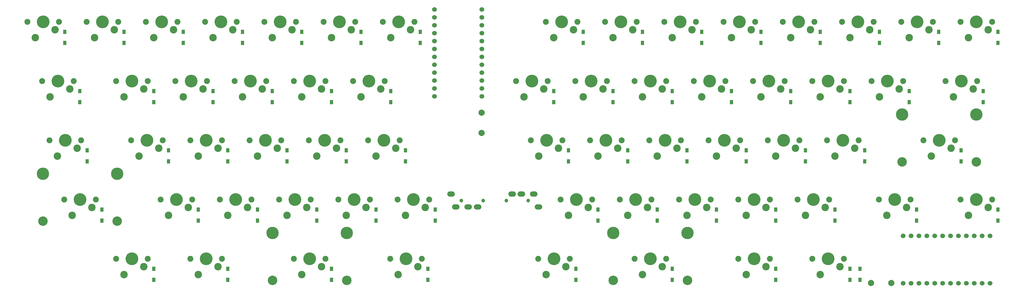
<source format=gbr>
%TF.GenerationSoftware,KiCad,Pcbnew,(5.1.9)-1*%
%TF.CreationDate,2021-02-13T03:00:00+09:00*%
%TF.ProjectId,yuiop63hhs,7975696f-7036-4336-9868-732e6b696361,1*%
%TF.SameCoordinates,Original*%
%TF.FileFunction,Soldermask,Bot*%
%TF.FilePolarity,Negative*%
%FSLAX46Y46*%
G04 Gerber Fmt 4.6, Leading zero omitted, Abs format (unit mm)*
G04 Created by KiCad (PCBNEW (5.1.9)-1) date 2021-02-13 03:00:00*
%MOMM*%
%LPD*%
G01*
G04 APERTURE LIST*
%ADD10O,2.500000X1.700000*%
%ADD11C,1.200000*%
%ADD12C,3.048000*%
%ADD13C,3.987800*%
%ADD14C,2.400000*%
%ADD15C,4.100000*%
%ADD16C,1.900000*%
%ADD17R,1.000000X1.400000*%
%ADD18C,2.000000*%
%ADD19C,1.524000*%
G04 APERTURE END LIST*
D10*
%TO.C,J2*%
X218800000Y-169100000D03*
X217300000Y-164900000D03*
X213300000Y-164900000D03*
X210300000Y-164900000D03*
D11*
X215500000Y-167000000D03*
X208500000Y-167000000D03*
%TD*%
D12*
%TO.C,STB4*%
X359595000Y-154610000D03*
D13*
X359595000Y-139370000D03*
X335719000Y-139370000D03*
D12*
X335719000Y-154610000D03*
%TD*%
%TO.C,STB3*%
X266726000Y-192710000D03*
D13*
X266726000Y-177470000D03*
X242850000Y-177470000D03*
D12*
X242850000Y-192710000D03*
%TD*%
%TO.C,STB1*%
X83369600Y-173660000D03*
D13*
X83369600Y-158420000D03*
X59493600Y-158420000D03*
D12*
X59493600Y-173660000D03*
%TD*%
%TO.C,STB2*%
X133312000Y-192710000D03*
D13*
X133312000Y-177470000D03*
X157188000Y-177470000D03*
D12*
X157188000Y-192710000D03*
%TD*%
D14*
%TO.C,SW63*%
X309398000Y-190805000D03*
X315748000Y-188265000D03*
D15*
X311938000Y-185725000D03*
D16*
X306858000Y-185725000D03*
X317018000Y-185725000D03*
%TD*%
D14*
%TO.C,SW62*%
X285585000Y-190805000D03*
X291935000Y-188265000D03*
D15*
X288125000Y-185725000D03*
D16*
X283045000Y-185725000D03*
X293205000Y-185725000D03*
%TD*%
D14*
%TO.C,SW61*%
X252248000Y-190805000D03*
X258598000Y-188265000D03*
D15*
X254788000Y-185725000D03*
D16*
X249708000Y-185725000D03*
X259868000Y-185725000D03*
%TD*%
D14*
%TO.C,SW60*%
X221291000Y-190805000D03*
X227641000Y-188265000D03*
D15*
X223831000Y-185725000D03*
D16*
X218751000Y-185725000D03*
X228911000Y-185725000D03*
%TD*%
D14*
%TO.C,SW59*%
X173666000Y-190805000D03*
X180016000Y-188265000D03*
D15*
X176206000Y-185725000D03*
D16*
X171126000Y-185725000D03*
X181286000Y-185725000D03*
%TD*%
D14*
%TO.C,SW58*%
X142710000Y-190805000D03*
X149060000Y-188265000D03*
D15*
X145250000Y-185725000D03*
D16*
X140170000Y-185725000D03*
X150330000Y-185725000D03*
%TD*%
D14*
%TO.C,SW57*%
X109372000Y-190805000D03*
X115722000Y-188265000D03*
D15*
X111912000Y-185725000D03*
D16*
X106832000Y-185725000D03*
X116992000Y-185725000D03*
%TD*%
D14*
%TO.C,SW56*%
X85560000Y-190805000D03*
X91910000Y-188265000D03*
D15*
X88100000Y-185725000D03*
D16*
X83020000Y-185725000D03*
X93180000Y-185725000D03*
%TD*%
D14*
%TO.C,SW55*%
X357022000Y-171755000D03*
X363372000Y-169215000D03*
D15*
X359562000Y-166675000D03*
D16*
X354482000Y-166675000D03*
X364642000Y-166675000D03*
%TD*%
D14*
%TO.C,SW54*%
X330829000Y-171755000D03*
X337179000Y-169215000D03*
D15*
X333369000Y-166675000D03*
D16*
X328289000Y-166675000D03*
X338449000Y-166675000D03*
%TD*%
D14*
%TO.C,SW53*%
X304635000Y-171755000D03*
X310985000Y-169215000D03*
D15*
X307175000Y-166675000D03*
D16*
X302095000Y-166675000D03*
X312255000Y-166675000D03*
%TD*%
D14*
%TO.C,SW52*%
X285585000Y-171755000D03*
X291935000Y-169215000D03*
D15*
X288125000Y-166675000D03*
D16*
X283045000Y-166675000D03*
X293205000Y-166675000D03*
%TD*%
D14*
%TO.C,SW51*%
X266535000Y-171755000D03*
X272885000Y-169215000D03*
D15*
X269075000Y-166675000D03*
D16*
X263995000Y-166675000D03*
X274155000Y-166675000D03*
%TD*%
D14*
%TO.C,SW50*%
X247485000Y-171755000D03*
X253835000Y-169215000D03*
D15*
X250025000Y-166675000D03*
D16*
X244945000Y-166675000D03*
X255105000Y-166675000D03*
%TD*%
D14*
%TO.C,SW49*%
X228435000Y-171755000D03*
X234785000Y-169215000D03*
D15*
X230975000Y-166675000D03*
D16*
X225895000Y-166675000D03*
X236055000Y-166675000D03*
%TD*%
D14*
%TO.C,SW48*%
X176048000Y-171755000D03*
X182398000Y-169215000D03*
D15*
X178588000Y-166675000D03*
D16*
X173508000Y-166675000D03*
X183668000Y-166675000D03*
%TD*%
D14*
%TO.C,SW47*%
X156998000Y-171755000D03*
X163348000Y-169215000D03*
D15*
X159538000Y-166675000D03*
D16*
X154458000Y-166675000D03*
X164618000Y-166675000D03*
%TD*%
D14*
%TO.C,SW46*%
X137948000Y-171755000D03*
X144298000Y-169215000D03*
D15*
X140488000Y-166675000D03*
D16*
X135408000Y-166675000D03*
X145568000Y-166675000D03*
%TD*%
D14*
%TO.C,SW45*%
X118898000Y-171755000D03*
X125248000Y-169215000D03*
D15*
X121438000Y-166675000D03*
D16*
X116358000Y-166675000D03*
X126518000Y-166675000D03*
%TD*%
D14*
%TO.C,SW44*%
X99848000Y-171755000D03*
X106198000Y-169215000D03*
D15*
X102388000Y-166675000D03*
D16*
X97308000Y-166675000D03*
X107468000Y-166675000D03*
%TD*%
D14*
%TO.C,SW43*%
X68891200Y-171755000D03*
X75241200Y-169215000D03*
D15*
X71431200Y-166675000D03*
D16*
X66351200Y-166675000D03*
X76511200Y-166675000D03*
%TD*%
D14*
%TO.C,SW42*%
X345116000Y-152705000D03*
X351466000Y-150165000D03*
D15*
X347656000Y-147625000D03*
D16*
X342576000Y-147625000D03*
X352736000Y-147625000D03*
%TD*%
D14*
%TO.C,SW41*%
X314160000Y-152705000D03*
X320510000Y-150165000D03*
D15*
X316700000Y-147625000D03*
D16*
X311620000Y-147625000D03*
X321780000Y-147625000D03*
%TD*%
D14*
%TO.C,SW40*%
X295110000Y-152705000D03*
X301460000Y-150165000D03*
D15*
X297650000Y-147625000D03*
D16*
X292570000Y-147625000D03*
X302730000Y-147625000D03*
%TD*%
D14*
%TO.C,SW39*%
X276060000Y-152705000D03*
X282410000Y-150165000D03*
D15*
X278600000Y-147625000D03*
D16*
X273520000Y-147625000D03*
X283680000Y-147625000D03*
%TD*%
D14*
%TO.C,SW38*%
X257010000Y-152705000D03*
X263360000Y-150165000D03*
D15*
X259550000Y-147625000D03*
D16*
X254470000Y-147625000D03*
X264630000Y-147625000D03*
%TD*%
D14*
%TO.C,SW37*%
X237960000Y-152705000D03*
X244310000Y-150165000D03*
D15*
X240500000Y-147625000D03*
D16*
X235420000Y-147625000D03*
X245580000Y-147625000D03*
%TD*%
D14*
%TO.C,SW36*%
X218910000Y-152705000D03*
X225260000Y-150165000D03*
D15*
X221450000Y-147625000D03*
D16*
X216370000Y-147625000D03*
X226530000Y-147625000D03*
%TD*%
D14*
%TO.C,SW35*%
X166522000Y-152705000D03*
X172872000Y-150165000D03*
D15*
X169062000Y-147625000D03*
D16*
X163982000Y-147625000D03*
X174142000Y-147625000D03*
%TD*%
D14*
%TO.C,SW34*%
X147472000Y-152705000D03*
X153822000Y-150165000D03*
D15*
X150012000Y-147625000D03*
D16*
X144932000Y-147625000D03*
X155092000Y-147625000D03*
%TD*%
D14*
%TO.C,SW33*%
X128422000Y-152705000D03*
X134772000Y-150165000D03*
D15*
X130962000Y-147625000D03*
D16*
X125882000Y-147625000D03*
X136042000Y-147625000D03*
%TD*%
D14*
%TO.C,SW32*%
X109372000Y-152705000D03*
X115722000Y-150165000D03*
D15*
X111912000Y-147625000D03*
D16*
X106832000Y-147625000D03*
X116992000Y-147625000D03*
%TD*%
D14*
%TO.C,SW31*%
X90322500Y-152705000D03*
X96672500Y-150165000D03*
D15*
X92862500Y-147625000D03*
D16*
X87782500Y-147625000D03*
X97942500Y-147625000D03*
%TD*%
D14*
%TO.C,SW30*%
X64128800Y-152705000D03*
X70478800Y-150165000D03*
D15*
X66668800Y-147625000D03*
D16*
X61588800Y-147625000D03*
X71748800Y-147625000D03*
%TD*%
D14*
%TO.C,SW29*%
X352260000Y-133655000D03*
X358610000Y-131115000D03*
D15*
X354800000Y-128575000D03*
D16*
X349720000Y-128575000D03*
X359880000Y-128575000D03*
%TD*%
D14*
%TO.C,SW28*%
X328448000Y-133655000D03*
X334798000Y-131115000D03*
D15*
X330988000Y-128575000D03*
D16*
X325908000Y-128575000D03*
X336068000Y-128575000D03*
%TD*%
D14*
%TO.C,SW27*%
X309398000Y-133655000D03*
X315748000Y-131115000D03*
D15*
X311938000Y-128575000D03*
D16*
X306858000Y-128575000D03*
X317018000Y-128575000D03*
%TD*%
D14*
%TO.C,SW26*%
X290348000Y-133655000D03*
X296698000Y-131115000D03*
D15*
X292888000Y-128575000D03*
D16*
X287808000Y-128575000D03*
X297968000Y-128575000D03*
%TD*%
D14*
%TO.C,SW25*%
X271298000Y-133655000D03*
X277648000Y-131115000D03*
D15*
X273838000Y-128575000D03*
D16*
X268758000Y-128575000D03*
X278918000Y-128575000D03*
%TD*%
D14*
%TO.C,SW24*%
X252248000Y-133655000D03*
X258598000Y-131115000D03*
D15*
X254788000Y-128575000D03*
D16*
X249708000Y-128575000D03*
X259868000Y-128575000D03*
%TD*%
D14*
%TO.C,SW23*%
X233198000Y-133655000D03*
X239548000Y-131115000D03*
D15*
X235738000Y-128575000D03*
D16*
X230658000Y-128575000D03*
X240818000Y-128575000D03*
%TD*%
D14*
%TO.C,SW22*%
X214148000Y-133655000D03*
X220498000Y-131115000D03*
D15*
X216688000Y-128575000D03*
D16*
X211608000Y-128575000D03*
X221768000Y-128575000D03*
%TD*%
D14*
%TO.C,SW21*%
X161760000Y-133655000D03*
X168110000Y-131115000D03*
D15*
X164300000Y-128575000D03*
D16*
X159220000Y-128575000D03*
X169380000Y-128575000D03*
%TD*%
D14*
%TO.C,SW20*%
X142710000Y-133655000D03*
X149060000Y-131115000D03*
D15*
X145250000Y-128575000D03*
D16*
X140170000Y-128575000D03*
X150330000Y-128575000D03*
%TD*%
D14*
%TO.C,SW19*%
X123660000Y-133655000D03*
X130010000Y-131115000D03*
D15*
X126200000Y-128575000D03*
D16*
X121120000Y-128575000D03*
X131280000Y-128575000D03*
%TD*%
D14*
%TO.C,SW18*%
X104610000Y-133655000D03*
X110960000Y-131115000D03*
D15*
X107150000Y-128575000D03*
D16*
X102070000Y-128575000D03*
X112230000Y-128575000D03*
%TD*%
D14*
%TO.C,SW17*%
X85560000Y-133655000D03*
X91910000Y-131115000D03*
D15*
X88100000Y-128575000D03*
D16*
X83020000Y-128575000D03*
X93180000Y-128575000D03*
%TD*%
D14*
%TO.C,SW16*%
X61747500Y-133655000D03*
X68097500Y-131115000D03*
D15*
X64287500Y-128575000D03*
D16*
X59207500Y-128575000D03*
X69367500Y-128575000D03*
%TD*%
D14*
%TO.C,SW15*%
X357022000Y-114605000D03*
X363372000Y-112065000D03*
D15*
X359562000Y-109525000D03*
D16*
X354482000Y-109525000D03*
X364642000Y-109525000D03*
%TD*%
D14*
%TO.C,SW14*%
X337972000Y-114605000D03*
X344322000Y-112065000D03*
D15*
X340512000Y-109525000D03*
D16*
X335432000Y-109525000D03*
X345592000Y-109525000D03*
%TD*%
D14*
%TO.C,SW13*%
X318922000Y-114605000D03*
X325272000Y-112065000D03*
D15*
X321462000Y-109525000D03*
D16*
X316382000Y-109525000D03*
X326542000Y-109525000D03*
%TD*%
D14*
%TO.C,SW12*%
X299872000Y-114605000D03*
X306222000Y-112065000D03*
D15*
X302412000Y-109525000D03*
D16*
X297332000Y-109525000D03*
X307492000Y-109525000D03*
%TD*%
D14*
%TO.C,SW11*%
X280822000Y-114605000D03*
X287172000Y-112065000D03*
D15*
X283362000Y-109525000D03*
D16*
X278282000Y-109525000D03*
X288442000Y-109525000D03*
%TD*%
D14*
%TO.C,SW10*%
X261772000Y-114605000D03*
X268122000Y-112065000D03*
D15*
X264312000Y-109525000D03*
D16*
X259232000Y-109525000D03*
X269392000Y-109525000D03*
%TD*%
D14*
%TO.C,SW9*%
X242722000Y-114605000D03*
X249072000Y-112065000D03*
D15*
X245262000Y-109525000D03*
D16*
X240182000Y-109525000D03*
X250342000Y-109525000D03*
%TD*%
D14*
%TO.C,SW8*%
X223672000Y-114605000D03*
X230022000Y-112065000D03*
D15*
X226212000Y-109525000D03*
D16*
X221132000Y-109525000D03*
X231292000Y-109525000D03*
%TD*%
D14*
%TO.C,SW7*%
X171285000Y-114605000D03*
X177635000Y-112065000D03*
D15*
X173825000Y-109525000D03*
D16*
X168745000Y-109525000D03*
X178905000Y-109525000D03*
%TD*%
D14*
%TO.C,SW6*%
X152235000Y-114605000D03*
X158585000Y-112065000D03*
D15*
X154775000Y-109525000D03*
D16*
X149695000Y-109525000D03*
X159855000Y-109525000D03*
%TD*%
D14*
%TO.C,SW5*%
X133185000Y-114605000D03*
X139535000Y-112065000D03*
D15*
X135725000Y-109525000D03*
D16*
X130645000Y-109525000D03*
X140805000Y-109525000D03*
%TD*%
D14*
%TO.C,SW4*%
X114135000Y-114605000D03*
X120485000Y-112065000D03*
D15*
X116675000Y-109525000D03*
D16*
X111595000Y-109525000D03*
X121755000Y-109525000D03*
%TD*%
D14*
%TO.C,SW3*%
X95085000Y-114605000D03*
X101435000Y-112065000D03*
D15*
X97625000Y-109525000D03*
D16*
X92545000Y-109525000D03*
X102705000Y-109525000D03*
%TD*%
D14*
%TO.C,SW2*%
X76035000Y-114605000D03*
X82385000Y-112065000D03*
D15*
X78575000Y-109525000D03*
D16*
X73495000Y-109525000D03*
X83655000Y-109525000D03*
%TD*%
D14*
%TO.C,SW1*%
X56985000Y-114605000D03*
X63335000Y-112065000D03*
D15*
X59525000Y-109525000D03*
D16*
X54445000Y-109525000D03*
X64605000Y-109525000D03*
%TD*%
D17*
%TO.C,D1*%
X66525000Y-116300000D03*
X66525000Y-112750000D03*
%TD*%
%TO.C,D2*%
X85575000Y-112750000D03*
X85575000Y-116300000D03*
%TD*%
%TO.C,D3*%
X104625000Y-116300000D03*
X104625000Y-112750000D03*
%TD*%
%TO.C,D4*%
X123675000Y-112750000D03*
X123675000Y-116300000D03*
%TD*%
%TO.C,D5*%
X142725000Y-116300000D03*
X142725000Y-112750000D03*
%TD*%
%TO.C,D6*%
X161775000Y-112750000D03*
X161775000Y-116300000D03*
%TD*%
%TO.C,D7*%
X180825000Y-116300000D03*
X180825000Y-112750000D03*
%TD*%
%TO.C,D8*%
X233212000Y-112750000D03*
X233212000Y-116300000D03*
%TD*%
%TO.C,D9*%
X252262000Y-116300000D03*
X252262000Y-112750000D03*
%TD*%
%TO.C,D10*%
X271312000Y-112750000D03*
X271312000Y-116300000D03*
%TD*%
%TO.C,D11*%
X290362000Y-116300000D03*
X290362000Y-112750000D03*
%TD*%
%TO.C,D12*%
X309412000Y-112750000D03*
X309412000Y-116300000D03*
%TD*%
%TO.C,D13*%
X328462000Y-116300000D03*
X328462000Y-112750000D03*
%TD*%
%TO.C,D14*%
X347512000Y-112750000D03*
X347512000Y-116300000D03*
%TD*%
%TO.C,D15*%
X366562000Y-116300000D03*
X366562000Y-112750000D03*
%TD*%
%TO.C,D16*%
X71287500Y-131800000D03*
X71287500Y-135350000D03*
%TD*%
%TO.C,D17*%
X95100000Y-135350000D03*
X95100000Y-131800000D03*
%TD*%
%TO.C,D18*%
X114150000Y-135350000D03*
X114150000Y-131800000D03*
%TD*%
%TO.C,D19*%
X133200000Y-135350000D03*
X133200000Y-131800000D03*
%TD*%
%TO.C,D20*%
X152250000Y-131800000D03*
X152250000Y-135350000D03*
%TD*%
%TO.C,D21*%
X171300000Y-135350000D03*
X171300000Y-131800000D03*
%TD*%
%TO.C,D22*%
X223688000Y-131800000D03*
X223688000Y-135350000D03*
%TD*%
%TO.C,D23*%
X242738000Y-135350000D03*
X242738000Y-131800000D03*
%TD*%
%TO.C,D24*%
X261788000Y-131800000D03*
X261788000Y-135350000D03*
%TD*%
%TO.C,D25*%
X280838000Y-131800000D03*
X280838000Y-135350000D03*
%TD*%
%TO.C,D26*%
X299888000Y-135350000D03*
X299888000Y-131800000D03*
%TD*%
%TO.C,D27*%
X318938000Y-131800000D03*
X318938000Y-135350000D03*
%TD*%
%TO.C,D28*%
X337988000Y-131800000D03*
X337988000Y-135350000D03*
%TD*%
%TO.C,D29*%
X361800000Y-135350000D03*
X361800000Y-131800000D03*
%TD*%
%TO.C,D30*%
X73668800Y-150850000D03*
X73668800Y-154400000D03*
%TD*%
%TO.C,D31*%
X99862500Y-154400000D03*
X99862500Y-150850000D03*
%TD*%
%TO.C,D32*%
X118912000Y-150850000D03*
X118912000Y-154400000D03*
%TD*%
%TO.C,D33*%
X137962000Y-154400000D03*
X137962000Y-150850000D03*
%TD*%
%TO.C,D34*%
X157012000Y-150850000D03*
X157012000Y-154400000D03*
%TD*%
%TO.C,D35*%
X176062000Y-154400000D03*
X176062000Y-150850000D03*
%TD*%
%TO.C,D36*%
X228450000Y-150850000D03*
X228450000Y-154400000D03*
%TD*%
%TO.C,D37*%
X247500000Y-150850000D03*
X247500000Y-154400000D03*
%TD*%
%TO.C,D38*%
X266550000Y-150850000D03*
X266550000Y-154400000D03*
%TD*%
%TO.C,D39*%
X285600000Y-150850000D03*
X285600000Y-154400000D03*
%TD*%
%TO.C,D40*%
X304650000Y-154400000D03*
X304650000Y-150850000D03*
%TD*%
%TO.C,D41*%
X323700000Y-154400000D03*
X323700000Y-150850000D03*
%TD*%
%TO.C,D42*%
X354656000Y-150850000D03*
X354656000Y-154400000D03*
%TD*%
%TO.C,D43*%
X78431200Y-169900000D03*
X78431200Y-173450000D03*
%TD*%
%TO.C,D44*%
X109388000Y-169900000D03*
X109388000Y-173450000D03*
%TD*%
%TO.C,D45*%
X128438000Y-169900000D03*
X128438000Y-173450000D03*
%TD*%
%TO.C,D46*%
X147488000Y-173450000D03*
X147488000Y-169900000D03*
%TD*%
%TO.C,D47*%
X166538000Y-169900000D03*
X166538000Y-173450000D03*
%TD*%
%TO.C,D48*%
X185588000Y-173450000D03*
X185588000Y-169900000D03*
%TD*%
%TO.C,D49*%
X237975000Y-173450000D03*
X237975000Y-169900000D03*
%TD*%
%TO.C,D50*%
X257025000Y-173450000D03*
X257025000Y-169900000D03*
%TD*%
%TO.C,D51*%
X276075000Y-169900000D03*
X276075000Y-173450000D03*
%TD*%
%TO.C,D52*%
X295125000Y-173450000D03*
X295125000Y-169900000D03*
%TD*%
%TO.C,D53*%
X314175000Y-173450000D03*
X314175000Y-169900000D03*
%TD*%
%TO.C,D54*%
X340369000Y-169900000D03*
X340369000Y-173450000D03*
%TD*%
%TO.C,D55*%
X366562000Y-173450000D03*
X366562000Y-169900000D03*
%TD*%
%TO.C,D56*%
X95100000Y-188950000D03*
X95100000Y-192500000D03*
%TD*%
%TO.C,D57*%
X118912000Y-192500000D03*
X118912000Y-188950000D03*
%TD*%
%TO.C,D58*%
X152250000Y-188950000D03*
X152250000Y-192500000D03*
%TD*%
%TO.C,D59*%
X183206000Y-192500000D03*
X183206000Y-188950000D03*
%TD*%
%TO.C,D60*%
X230831000Y-188950000D03*
X230831000Y-192500000D03*
%TD*%
%TO.C,D61*%
X261788000Y-192500000D03*
X261788000Y-188950000D03*
%TD*%
%TO.C,D62*%
X295125000Y-188950000D03*
X295125000Y-192500000D03*
%TD*%
%TO.C,D63*%
X318938000Y-192500000D03*
X318938000Y-188950000D03*
%TD*%
%TO.C,D64*%
X322200000Y-192475000D03*
X322200000Y-188925000D03*
%TD*%
D18*
%TO.C,SW_RST1*%
X200500000Y-145250000D03*
X200500000Y-138750000D03*
%TD*%
%TO.C,SW_RST2*%
X332250000Y-193500000D03*
X325750000Y-193500000D03*
%TD*%
D19*
%TO.C,U1*%
X185391400Y-105522000D03*
X185391400Y-108062000D03*
X185391400Y-110602000D03*
X185391400Y-113142000D03*
X185391400Y-115682000D03*
X185391400Y-118222000D03*
X185391400Y-120762000D03*
X185391400Y-123302000D03*
X185391400Y-125842000D03*
X185391400Y-128382000D03*
X185391400Y-130922000D03*
X185391400Y-133462000D03*
X200611400Y-133462000D03*
X200611400Y-130922000D03*
X200611400Y-128382000D03*
X200611400Y-125842000D03*
X200611400Y-123302000D03*
X200611400Y-120762000D03*
X200611400Y-118222000D03*
X200611400Y-115682000D03*
X200611400Y-113142000D03*
X200611400Y-110602000D03*
X200611400Y-108062000D03*
X200611400Y-105522000D03*
%TD*%
%TO.C,U2*%
X363978000Y-193611400D03*
X361438000Y-193611400D03*
X358898000Y-193611400D03*
X356358000Y-193611400D03*
X353818000Y-193611400D03*
X351278000Y-193611400D03*
X348738000Y-193611400D03*
X346198000Y-193611400D03*
X343658000Y-193611400D03*
X341118000Y-193611400D03*
X338578000Y-193611400D03*
X336038000Y-193611400D03*
X336038000Y-178391400D03*
X338578000Y-178391400D03*
X341118000Y-178391400D03*
X343658000Y-178391400D03*
X346198000Y-178391400D03*
X348738000Y-178391400D03*
X351278000Y-178391400D03*
X353818000Y-178391400D03*
X356358000Y-178391400D03*
X358898000Y-178391400D03*
X361438000Y-178391400D03*
X363978000Y-178391400D03*
%TD*%
D11*
%TO.C,J1*%
X201000000Y-167000000D03*
X194000000Y-167000000D03*
D10*
X199200000Y-169100000D03*
X196200000Y-169100000D03*
X192200000Y-169100000D03*
X190700000Y-164900000D03*
%TD*%
M02*

</source>
